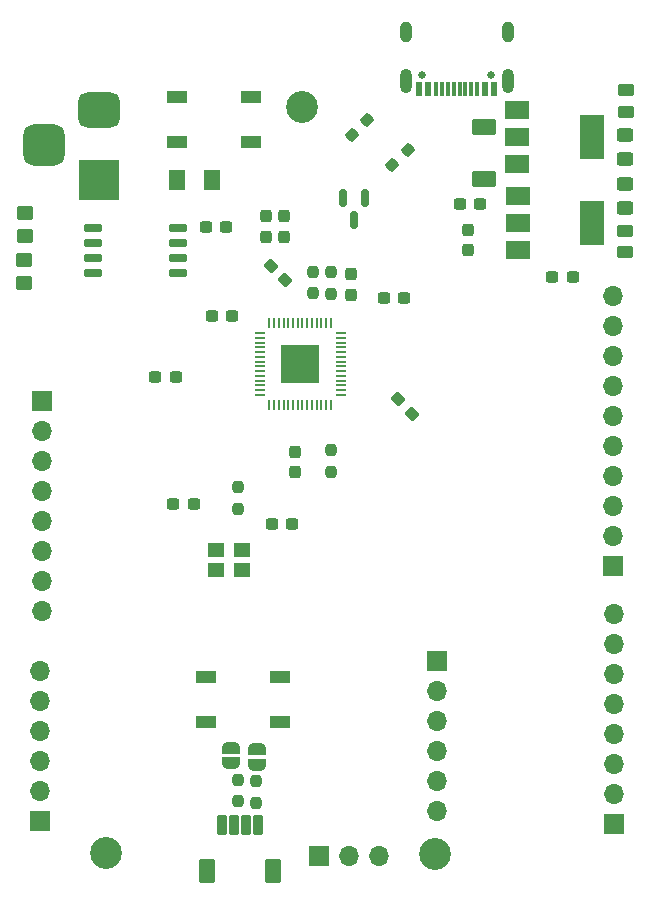
<source format=gbr>
%TF.GenerationSoftware,KiCad,Pcbnew,7.0.10*%
%TF.CreationDate,2024-01-30T02:50:09+05:30*%
%TF.ProjectId,rp2040-basic-m1,72703230-3430-42d6-9261-7369632d6d31,rev?*%
%TF.SameCoordinates,Original*%
%TF.FileFunction,Soldermask,Top*%
%TF.FilePolarity,Negative*%
%FSLAX46Y46*%
G04 Gerber Fmt 4.6, Leading zero omitted, Abs format (unit mm)*
G04 Created by KiCad (PCBNEW 7.0.10) date 2024-01-30 02:50:09*
%MOMM*%
%LPD*%
G01*
G04 APERTURE LIST*
G04 Aperture macros list*
%AMRoundRect*
0 Rectangle with rounded corners*
0 $1 Rounding radius*
0 $2 $3 $4 $5 $6 $7 $8 $9 X,Y pos of 4 corners*
0 Add a 4 corners polygon primitive as box body*
4,1,4,$2,$3,$4,$5,$6,$7,$8,$9,$2,$3,0*
0 Add four circle primitives for the rounded corners*
1,1,$1+$1,$2,$3*
1,1,$1+$1,$4,$5*
1,1,$1+$1,$6,$7*
1,1,$1+$1,$8,$9*
0 Add four rect primitives between the rounded corners*
20,1,$1+$1,$2,$3,$4,$5,0*
20,1,$1+$1,$4,$5,$6,$7,0*
20,1,$1+$1,$6,$7,$8,$9,0*
20,1,$1+$1,$8,$9,$2,$3,0*%
%AMFreePoly0*
4,1,19,0.500000,-0.750000,0.000000,-0.750000,0.000000,-0.744911,-0.071157,-0.744911,-0.207708,-0.704816,-0.327430,-0.627875,-0.420627,-0.520320,-0.479746,-0.390866,-0.500000,-0.250000,-0.500000,0.250000,-0.479746,0.390866,-0.420627,0.520320,-0.327430,0.627875,-0.207708,0.704816,-0.071157,0.744911,0.000000,0.744911,0.000000,0.750000,0.500000,0.750000,0.500000,-0.750000,0.500000,-0.750000,
$1*%
%AMFreePoly1*
4,1,19,0.000000,0.744911,0.071157,0.744911,0.207708,0.704816,0.327430,0.627875,0.420627,0.520320,0.479746,0.390866,0.500000,0.250000,0.500000,-0.250000,0.479746,-0.390866,0.420627,-0.520320,0.327430,-0.627875,0.207708,-0.704816,0.071157,-0.744911,0.000000,-0.744911,0.000000,-0.750000,-0.500000,-0.750000,-0.500000,0.750000,0.000000,0.750000,0.000000,0.744911,0.000000,0.744911,
$1*%
G04 Aperture macros list end*
%ADD10R,1.700000X1.000000*%
%ADD11RoundRect,0.237500X0.300000X0.237500X-0.300000X0.237500X-0.300000X-0.237500X0.300000X-0.237500X0*%
%ADD12R,2.000000X1.500000*%
%ADD13R,2.000000X3.800000*%
%ADD14R,1.700000X1.700000*%
%ADD15O,1.700000X1.700000*%
%ADD16C,2.700000*%
%ADD17RoundRect,0.250000X-0.450000X0.262500X-0.450000X-0.262500X0.450000X-0.262500X0.450000X0.262500X0*%
%ADD18RoundRect,0.250000X0.450000X-0.350000X0.450000X0.350000X-0.450000X0.350000X-0.450000X-0.350000X0*%
%ADD19RoundRect,0.237500X0.380070X-0.044194X-0.044194X0.380070X-0.380070X0.044194X0.044194X-0.380070X0*%
%ADD20RoundRect,0.237500X0.237500X-0.250000X0.237500X0.250000X-0.237500X0.250000X-0.237500X-0.250000X0*%
%ADD21RoundRect,0.237500X-0.300000X-0.237500X0.300000X-0.237500X0.300000X0.237500X-0.300000X0.237500X0*%
%ADD22RoundRect,0.150000X-0.150000X0.587500X-0.150000X-0.587500X0.150000X-0.587500X0.150000X0.587500X0*%
%ADD23R,1.400000X1.200000*%
%ADD24RoundRect,0.250001X-0.462499X-0.624999X0.462499X-0.624999X0.462499X0.624999X-0.462499X0.624999X0*%
%ADD25RoundRect,0.237500X0.237500X-0.300000X0.237500X0.300000X-0.237500X0.300000X-0.237500X-0.300000X0*%
%ADD26RoundRect,0.237500X-0.380070X0.044194X0.044194X-0.380070X0.380070X-0.044194X-0.044194X0.380070X0*%
%ADD27RoundRect,0.237500X-0.237500X0.250000X-0.237500X-0.250000X0.237500X-0.250000X0.237500X0.250000X0*%
%ADD28FreePoly0,90.000000*%
%ADD29FreePoly1,90.000000*%
%ADD30RoundRect,0.102000X-0.300000X-0.775000X0.300000X-0.775000X0.300000X0.775000X-0.300000X0.775000X0*%
%ADD31RoundRect,0.102000X0.600000X0.900000X-0.600000X0.900000X-0.600000X-0.900000X0.600000X-0.900000X0*%
%ADD32RoundRect,0.250000X0.450000X-0.325000X0.450000X0.325000X-0.450000X0.325000X-0.450000X-0.325000X0*%
%ADD33RoundRect,0.237500X0.008839X0.344715X-0.344715X-0.008839X-0.008839X-0.344715X0.344715X0.008839X0*%
%ADD34RoundRect,0.050000X-0.387500X-0.050000X0.387500X-0.050000X0.387500X0.050000X-0.387500X0.050000X0*%
%ADD35RoundRect,0.050000X-0.050000X-0.387500X0.050000X-0.387500X0.050000X0.387500X-0.050000X0.387500X0*%
%ADD36R,3.200000X3.200000*%
%ADD37RoundRect,0.250000X-0.450000X0.350000X-0.450000X-0.350000X0.450000X-0.350000X0.450000X0.350000X0*%
%ADD38C,0.650000*%
%ADD39R,0.600000X1.240000*%
%ADD40R,0.300000X1.240000*%
%ADD41O,1.000000X2.100000*%
%ADD42O,1.000000X1.800000*%
%ADD43RoundRect,0.237500X-0.237500X0.300000X-0.237500X-0.300000X0.237500X-0.300000X0.237500X0.300000X0*%
%ADD44RoundRect,0.250000X-0.450000X0.325000X-0.450000X-0.325000X0.450000X-0.325000X0.450000X0.325000X0*%
%ADD45RoundRect,0.150000X-0.650000X-0.150000X0.650000X-0.150000X0.650000X0.150000X-0.650000X0.150000X0*%
%ADD46R,3.500000X3.500000*%
%ADD47RoundRect,0.750000X-1.000000X0.750000X-1.000000X-0.750000X1.000000X-0.750000X1.000000X0.750000X0*%
%ADD48RoundRect,0.875000X-0.875000X0.875000X-0.875000X-0.875000X0.875000X-0.875000X0.875000X0.875000X0*%
%ADD49RoundRect,0.250000X0.800000X-0.450000X0.800000X0.450000X-0.800000X0.450000X-0.800000X-0.450000X0*%
G04 APERTURE END LIST*
D10*
%TO.C,SW2*%
X85800000Y-23910500D03*
X92100000Y-23910500D03*
X85800000Y-27710500D03*
X92100000Y-27710500D03*
%TD*%
D11*
%TO.C,C6*%
X85692500Y-47640000D03*
X83967500Y-47640000D03*
%TD*%
D12*
%TO.C,U2*%
X114650000Y-32300000D03*
X114650000Y-34600000D03*
D13*
X120950000Y-34600000D03*
D12*
X114650000Y-36900000D03*
%TD*%
D14*
%TO.C,J7*%
X107850000Y-71680500D03*
D15*
X107850000Y-74220500D03*
X107850000Y-76760500D03*
X107850000Y-79300500D03*
X107850000Y-81840500D03*
X107850000Y-84380500D03*
%TD*%
D16*
%TO.C,REF\u002A\u002A*%
X96370000Y-24760500D03*
%TD*%
D14*
%TO.C,J5*%
X74200000Y-85200000D03*
D15*
X74200000Y-82660000D03*
X74200000Y-80120000D03*
X74200000Y-77580000D03*
X74200000Y-75040000D03*
X74200000Y-72500000D03*
%TD*%
D14*
%TO.C,J6*%
X74400000Y-49690500D03*
D15*
X74400000Y-52230500D03*
X74400000Y-54770500D03*
X74400000Y-57310500D03*
X74400000Y-59850500D03*
X74400000Y-62390500D03*
X74400000Y-64930500D03*
X74400000Y-67470500D03*
%TD*%
D17*
%TO.C,R8*%
X123700000Y-35248000D03*
X123700000Y-37073000D03*
%TD*%
D18*
%TO.C,R7*%
X72825000Y-39710500D03*
X72825000Y-37710500D03*
%TD*%
D19*
%TO.C,C5*%
X94959880Y-39449880D03*
X93740120Y-38230120D03*
%TD*%
D20*
%TO.C,R16*%
X90980000Y-58815000D03*
X90980000Y-56990000D03*
%TD*%
D14*
%TO.C,J3*%
X122720000Y-63620500D03*
D15*
X122720000Y-61080500D03*
X122720000Y-58540500D03*
X122720000Y-56000500D03*
X122720000Y-53460500D03*
X122720000Y-50920500D03*
X122720000Y-48380500D03*
X122720000Y-45840500D03*
X122720000Y-43300500D03*
X122720000Y-40760500D03*
%TD*%
D11*
%TO.C,C7*%
X90484500Y-42474500D03*
X88759500Y-42474500D03*
%TD*%
D21*
%TO.C,C1*%
X93815000Y-60060000D03*
X95540000Y-60060000D03*
%TD*%
D22*
%TO.C,D3*%
X101748000Y-32471500D03*
X99848000Y-32471500D03*
X100798000Y-34346500D03*
%TD*%
D23*
%TO.C,Y1*%
X89130000Y-63950000D03*
X91330000Y-63950000D03*
X91330000Y-62250000D03*
X89130000Y-62250000D03*
%TD*%
D24*
%TO.C,F1*%
X85825000Y-30940000D03*
X88800000Y-30940000D03*
%TD*%
D21*
%TO.C,C15*%
X88265000Y-34920000D03*
X89990000Y-34920000D03*
%TD*%
D25*
%TO.C,C3*%
X93364300Y-35752500D03*
X93364300Y-34027500D03*
%TD*%
D26*
%TO.C,C9*%
X104496120Y-49528620D03*
X105715880Y-50748380D03*
%TD*%
D12*
%TO.C,U4*%
X114600000Y-25000000D03*
X114600000Y-27300000D03*
D13*
X120900000Y-27300000D03*
D12*
X114600000Y-29600000D03*
%TD*%
D27*
%TO.C,R4*%
X98800000Y-38770000D03*
X98800000Y-40595000D03*
%TD*%
D28*
%TO.C,JP2*%
X92550000Y-80450000D03*
D29*
X92550000Y-79150000D03*
%TD*%
D30*
%TO.C,J2*%
X89650000Y-85555000D03*
X90650000Y-85555000D03*
X91650000Y-85555000D03*
X92650000Y-85555000D03*
D31*
X88350000Y-89430000D03*
X93950000Y-89430000D03*
%TD*%
D25*
%TO.C,C14*%
X110480000Y-36895000D03*
X110480000Y-35170000D03*
%TD*%
D32*
%TO.C,D5*%
X123750000Y-29185500D03*
X123750000Y-27135500D03*
%TD*%
D25*
%TO.C,C12*%
X100520000Y-40652500D03*
X100520000Y-38927500D03*
%TD*%
D33*
%TO.C,R2*%
X105325235Y-28424765D03*
X104034765Y-29715235D03*
%TD*%
D34*
%TO.C,U1*%
X92788500Y-43938500D03*
X92788500Y-44338500D03*
X92788500Y-44738500D03*
X92788500Y-45138500D03*
X92788500Y-45538500D03*
X92788500Y-45938500D03*
X92788500Y-46338500D03*
X92788500Y-46738500D03*
X92788500Y-47138500D03*
X92788500Y-47538500D03*
X92788500Y-47938500D03*
X92788500Y-48338500D03*
X92788500Y-48738500D03*
X92788500Y-49138500D03*
D35*
X93626000Y-49976000D03*
X94026000Y-49976000D03*
X94426000Y-49976000D03*
X94826000Y-49976000D03*
X95226000Y-49976000D03*
X95626000Y-49976000D03*
X96026000Y-49976000D03*
X96426000Y-49976000D03*
X96826000Y-49976000D03*
X97226000Y-49976000D03*
X97626000Y-49976000D03*
X98026000Y-49976000D03*
X98426000Y-49976000D03*
X98826000Y-49976000D03*
D34*
X99663500Y-49138500D03*
X99663500Y-48738500D03*
X99663500Y-48338500D03*
X99663500Y-47938500D03*
X99663500Y-47538500D03*
X99663500Y-47138500D03*
X99663500Y-46738500D03*
X99663500Y-46338500D03*
X99663500Y-45938500D03*
X99663500Y-45538500D03*
X99663500Y-45138500D03*
X99663500Y-44738500D03*
X99663500Y-44338500D03*
X99663500Y-43938500D03*
D35*
X98826000Y-43101000D03*
X98426000Y-43101000D03*
X98026000Y-43101000D03*
X97626000Y-43101000D03*
X97226000Y-43101000D03*
X96826000Y-43101000D03*
X96426000Y-43101000D03*
X96026000Y-43101000D03*
X95626000Y-43101000D03*
X95226000Y-43101000D03*
X94826000Y-43101000D03*
X94426000Y-43101000D03*
X94026000Y-43101000D03*
X93626000Y-43101000D03*
D36*
X96226000Y-46538500D03*
%TD*%
D37*
%TO.C,R6*%
X72950000Y-33735500D03*
X72950000Y-35735500D03*
%TD*%
D28*
%TO.C,JP1*%
X90390000Y-80330000D03*
D29*
X90390000Y-79030000D03*
%TD*%
D38*
%TO.C,J1*%
X112365000Y-22090500D03*
X106585000Y-22090500D03*
D39*
X112675000Y-23210500D03*
X111875000Y-23210500D03*
D40*
X110725000Y-23210500D03*
X109725000Y-23210500D03*
X109225000Y-23210500D03*
X108225000Y-23210500D03*
D39*
X107075000Y-23210500D03*
X106275000Y-23210500D03*
X106275000Y-23210500D03*
X107075000Y-23210500D03*
D40*
X107725000Y-23210500D03*
X108725000Y-23210500D03*
X110225000Y-23210500D03*
X111225000Y-23210500D03*
D39*
X111875000Y-23210500D03*
X112675000Y-23210500D03*
D41*
X113795000Y-22610500D03*
D42*
X113795000Y-18410500D03*
D41*
X105155000Y-22610500D03*
D42*
X105155000Y-18410500D03*
%TD*%
D43*
%TO.C,C11*%
X95790000Y-53980500D03*
X95790000Y-55705500D03*
%TD*%
D27*
%TO.C,R5*%
X97290000Y-38740000D03*
X97290000Y-40565000D03*
%TD*%
D21*
%TO.C,C10*%
X103287500Y-40960500D03*
X105012500Y-40960500D03*
%TD*%
D44*
%TO.C,D4*%
X123750000Y-31285500D03*
X123750000Y-33335500D03*
%TD*%
D45*
%TO.C,U3*%
X78656000Y-34981500D03*
X78656000Y-36251500D03*
X78656000Y-37521500D03*
X78656000Y-38791500D03*
X85856000Y-38791500D03*
X85856000Y-37521500D03*
X85856000Y-36251500D03*
X85856000Y-34981500D03*
%TD*%
D10*
%TO.C,SW1*%
X88230000Y-73030000D03*
X94530000Y-73030000D03*
X88230000Y-76830000D03*
X94530000Y-76830000D03*
%TD*%
D17*
%TO.C,R1*%
X123800000Y-23348000D03*
X123800000Y-25173000D03*
%TD*%
D14*
%TO.C,J4*%
X122775000Y-85480000D03*
D15*
X122775000Y-82940000D03*
X122775000Y-80400000D03*
X122775000Y-77860000D03*
X122775000Y-75320000D03*
X122775000Y-72780000D03*
X122775000Y-70240000D03*
X122775000Y-67700000D03*
%TD*%
D25*
%TO.C,C4*%
X94888300Y-35752500D03*
X94888300Y-34027500D03*
%TD*%
D20*
%TO.C,R33*%
X98830000Y-55675000D03*
X98830000Y-53850000D03*
%TD*%
D46*
%TO.C,J9*%
X79198000Y-30992500D03*
D47*
X79198000Y-24992500D03*
D48*
X74498000Y-27992500D03*
%TD*%
D11*
%TO.C,C2*%
X87215000Y-58400000D03*
X85490000Y-58400000D03*
%TD*%
D14*
%TO.C,J8*%
X97820000Y-88200000D03*
D15*
X100360000Y-88200000D03*
X102900000Y-88200000D03*
%TD*%
D11*
%TO.C,C13*%
X111485000Y-33030000D03*
X109760000Y-33030000D03*
%TD*%
D33*
%TO.C,R3*%
X101885235Y-25834765D03*
X100594765Y-27125235D03*
%TD*%
D16*
%TO.C,REF\u002A\u002A*%
X107630000Y-88050500D03*
%TD*%
D21*
%TO.C,C8*%
X117587500Y-39210500D03*
X119312500Y-39210500D03*
%TD*%
D16*
%TO.C,REF\u002A\u002A*%
X79800000Y-87950000D03*
%TD*%
D20*
%TO.C,R15*%
X92460000Y-83662500D03*
X92460000Y-81837500D03*
%TD*%
%TO.C,R17*%
X90960000Y-83562500D03*
X90960000Y-81737500D03*
%TD*%
D49*
%TO.C,D1*%
X111800000Y-30900000D03*
X111800000Y-26500000D03*
%TD*%
M02*

</source>
